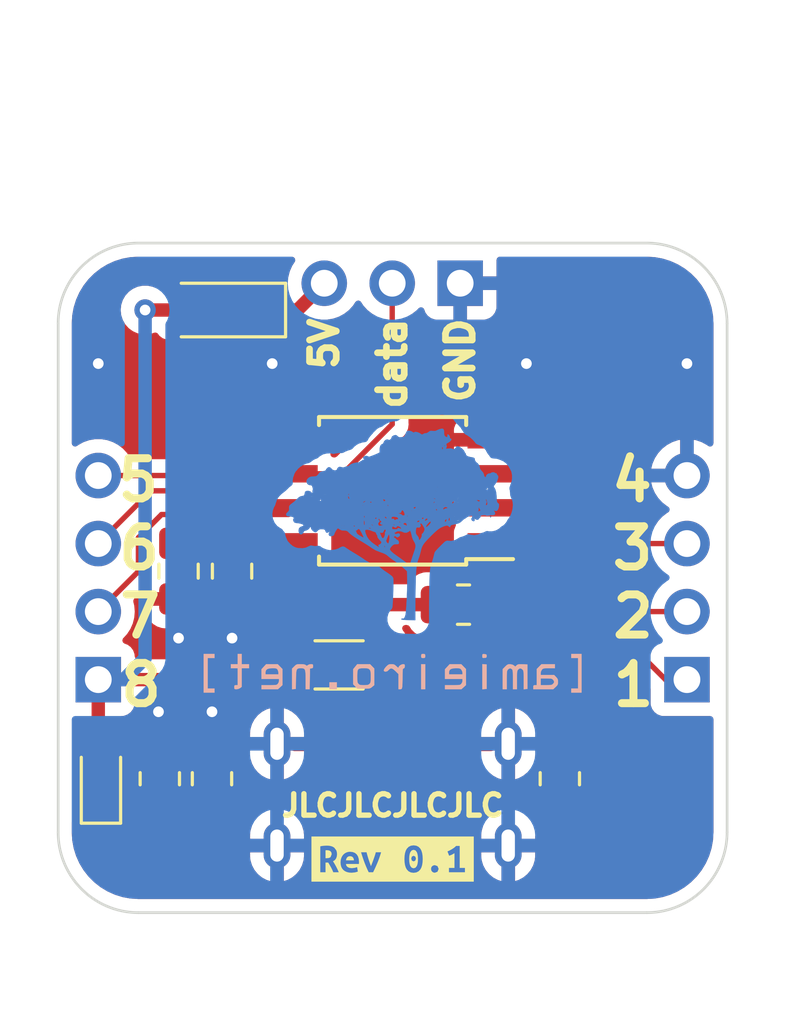
<source format=kicad_pcb>
(kicad_pcb (version 20220331) (generator pcbnew)
  (layers (0 "F.Cu" signal "cobre frontal") (31 "B.Cu" signal "Cobre traseira") (34 "B.Paste" user "Pasta traseira") (35 "F.Paste" user "Pasta frontal") (36 "B.SilkS" user "Serigrafia traseira") (37 "F.SilkS" user "Serigrafia frontal") (38 "B.Mask" user "Máscara traseira") (39 "F.Mask" user "Máscara frontal") (44 "Edge.Cuts" user "Cortes contorno"))
  (net 0 "")
  (net 1 "VCC")
  (net 2 "GND")
  (net 3 "5V_out")
  (net 4 "Net-(J1-VBUS)")
  (net 5 "Net-(J1-CC1)")
  (net 6 "Net-(J1-CC2)")
  (net 7 "PB5{slash}RST")
  (net 8 "PB3")
  (net 9 "PB4")
  (net 10 "PB1{slash}LED_DATA")
  (net 11 "PB2")
  (net 12 "PB0")
  (net 13 "Net-(D1-K)")
  (footprint "LED_SMD:LED_0603_1608Metric_Pad1.05x0.95mm_HandSolder" (layer "F.Cu") (at 139.6 120 90)
    (fp_text reference "D1" hide)
    (fp_text value "LED")
  )
  (footprint "Resistor_SMD:R_0805_2012Metric_Pad1.20x1.40mm_HandSolder" (layer "F.Cu") (at 156.75 120 90)
    (fp_text reference "R2" hide)
    (fp_text value "5.1kΩ")
  )
  (footprint "Resistor_SMD:R_0805_2012Metric_Pad1.20x1.40mm_HandSolder" (layer "F.Cu") (at 153.15 113.5)
    (fp_text reference "R3" hide)
    (fp_text value "10kΩ")
  )
  (footprint "Diode_SMD:D_SOD-123" (layer "F.Cu") (at 144.25 102.5 180)
    (fp_text reference "D2" hide)
    (fp_text value "MBR120")
  )
  (footprint "Package_SO:SOIC-8W_5.3x5.3mm_P1.27mm" (layer "F.Cu") (at 150.5 109.25 180)
    (fp_text reference "U1" hide)
    (fp_text value "ATtiny85-20S")
  )
  (footprint "Amieiro:url_bsilks" (layer "F.Cu") (at 150.489417 116)
    (fp_text reference "Ref**" hide)
    (fp_text value "Val**" hide)
  )
  (footprint "ws2812_tester:DEALON_USB-US31-106" (layer "F.Cu") (at 150.5 121.5)
    (fp_text reference "J1" hide)
    (fp_text value "USB_C_DEALON-USB-US31-106")
  )
  (footprint "ws2812_tester:Belfuse_0ZCJ" (layer "F.Cu") (at 148.5 115.75 180)
    (fp_text reference "F1" hide)
    (fp_text value "1A")
  )
  (footprint "kibuzzard-625BD852" (layer "F.Cu") (at 150.5 123)
    (fp_text reference "kibuzzard-625BD852" hide)
    (fp_text value "G***" hide)
  )
  (footprint "Amieiro:ipe_logo" (layer "F.Cu") (at 150.500505 110.5)
    (fp_text reference "Ref**" hide)
    (fp_text value "Val**" hide)
  )
  (footprint "Resistor_SMD:R_0805_2012Metric_Pad1.20x1.40mm_HandSolder" (layer "F.Cu") (at 141.8 120 90)
    (fp_text reference "R4" hide)
    (fp_text value "1kΩ")
  )
  (footprint "Capacitor_SMD:C_0805_2012Metric_Pad1.18x1.45mm_HandSolder" (layer "F.Cu") (at 144.5 112.25 -90)
    (fp_text reference "C2" hide)
    (fp_text value "100nF")
  )
  (footprint "Capacitor_SMD:C_0805_2012Metric_Pad1.18x1.45mm_HandSolder" (layer "F.Cu") (at 142.5 112.25 -90)
    (fp_text reference "C1" hide)
    (fp_text value "1µF")
  )
  (footprint "Resistor_SMD:R_0805_2012Metric_Pad1.20x1.40mm_HandSolder" (layer "F.Cu") (at 143.75 120 90)
    (fp_text reference "R1" hide)
    (fp_text value "5.1kΩ")
  )
  (footprint "Connector_PinHeader_2.54mm:PinHeader_1x03_P2.54mm_Horizontal" (layer "B.Cu") (at 153.025 101.5 90)
    (fp_text reference "J3" hide)
    (fp_text value "Conn_01x03")
  )
  (footprint "Connector_PinHeader_2.54mm:PinHeader_1x04_P2.54mm_Vertical" (layer "B.Cu") (at 139.5 116.3)
    (fp_text reference "J4" hide)
    (fp_text value "Pins_5-8")
  )
  (footprint "Connector_PinHeader_2.54mm:PinHeader_1x04_P2.54mm_Vertical" (layer "B.Cu") (at 161.5 116.3)
    (fp_text reference "J2" hide)
    (fp_text value "Pins_1-4")
  )
  (gr_arc (start 163 122) (mid 162.12132 124.12132) (end 160 125) (stroke (width 0.1)) (layer "Edge.Cuts"))
  (gr_line (start 141 125) (end 160 125) (stroke (width 0.1)) (layer "Edge.Cuts"))
  (gr_arc (start 160 100) (mid 162.12132 100.87868) (end 163 103) (stroke (width 0.1)) (layer "Edge.Cuts"))
  (gr_line (start 163 122) (end 163 103) (stroke (width 0.1)) (layer "Edge.Cuts"))
  (gr_arc (start 141 125) (mid 138.87868 124.12132) (end 138 122) (stroke (width 0.1)) (layer "Edge.Cuts"))
  (gr_line (start 141 100) (end 160 100) (stroke (width 0.1)) (layer "Edge.Cuts"))
  (gr_line (start 138 122) (end 138 103) (stroke (width 0.1)) (layer "Edge.Cuts"))
  (gr_arc (start 138 103) (mid 138.87868 100.87868) (end 141 100) (stroke (width 0.1)) (layer "Edge.Cuts"))
  (gr_text "6" (at 141.029377 111.397264) (layer "F.SilkS") (effects (font (size 1.5 1.5) (thickness 0.3) bold)))
  (gr_text "data" (at 150.485 104.5 90) (layer "F.SilkS") (effects (font (size 1 1) (thickness 0.25) bold)))
  (gr_text "4" (at 159.444363 108.854861) (layer "F.SilkS") (effects (font (size 1.5 1.5) (thickness 0.3) bold)))
  (gr_text "2" (at 159.485232 113.939667) (layer "F.SilkS") (effects (font (size 1.5 1.5) (thickness 0.3) bold)))
  (gr_text "GND" (at 153.025 104.380952 90) (layer "F.SilkS") (effects (font (size 1 1) (thickness 0.25) bold)))
  (gr_text "8" (at 141.1 116.5) (layer "F.SilkS") (effects (font (size 1.5 1.5) (thickness 0.3) bold)))
  (gr_text "1" (at 159.5 116.5) (layer "F.SilkS") (effects (font (size 1.5 1.5) (thickness 0.3) bold)))
  (gr_text "5" (at 140.994066 108.854861) (layer "F.SilkS") (effects (font (size 1.5 1.5) (thickness 0.3) bold)))
  (gr_text "5V" (at 147.945 103.761904 90) (layer "F.SilkS") (effects (font (size 1 1) (thickness 0.25) bold)))
  (gr_text "3" (at 159.464797 111.397264) (layer "F.SilkS") (effects (font (size 1.5 1.5) (thickness 0.3) bold)))
  (gr_text "JLCJLCJLCJLC" (at 150.5 121) (layer "F.SilkS") (effects (font (size 0.8 0.8) (thickness 0.2) bold)))
  (gr_text "7" (at 141.064688 113.939667) (layer "F.SilkS") (effects (font (size 1.5 1.5) (thickness 0.3) bold)))
  (segment (start 152.15 113.5) (end 146.95 113.5) (width 0.5) (layer "F.Cu") (net 1))
  (segment (start 139.5 116.3) (end 142.95 116.3) (width 0.5) (layer "F.Cu") (net 1))
  (segment (start 146.85 111.155) (end 146.85 113.4) (width 0.5) (layer "F.Cu") (net 1))
  (segment (start 146.85 113.4) (end 146.85 115.6) (width 0.5) (layer "F.Cu") (net 1))
  (segment (start 142.95 116.3) (end 143.5 115.75) (width 0.5) (layer "F.Cu") (net 1))
  (segment (start 141.25 102.5) (end 142.6 102.5) (width 0.5) (layer "F.Cu") (net 1))
  (segment (start 139.5 119.025) (end 139.6 119.125) (width 0.5) (layer "F.Cu") (net 1))
  (segment (start 146.95 113.5) (end 146.85 113.4) (width 0.5) (layer "F.Cu") (net 1))
  (segment (start 146.7925 111.2125) (end 146.85 111.155) (width 0.5) (layer "F.Cu") (net 1))
  (segment (start 142.5 111.2125) (end 146.7925 111.2125) (width 0.5) (layer "F.Cu") (net 1))
  (segment (start 146.85 115.6) (end 147 115.75) (width 0.5) (layer "F.Cu") (net 1))
  (segment (start 143.5 115.75) (end 147 115.75) (width 0.5) (layer "F.Cu") (net 1))
  (segment (start 139.5 116.3) (end 139.5 119.025) (width 0.5) (layer "F.Cu") (net 1))
  (via (at 141.25 102.5) (size 0.8) (drill 0.4) (layers "F.Cu" "B.Cu") (net 1))
  (segment (start 141.25 115.5) (end 140.45 116.3) (width 0.5) (layer "B.Cu") (net 1))
  (segment (start 141.25 102.5) (end 141.25 115.5) (width 0.5) (layer "B.Cu") (net 1))
  (segment (start 140.45 116.3) (end 139.5 116.3) (width 0.5) (layer "B.Cu") (net 1))
  (segment (start 142.5 113.2875) (end 142.5 114.75) (width 0.5) (layer "F.Cu") (net 2))
  (segment (start 143.75 119) (end 143.75 117.5) (width 0.5) (layer "F.Cu") (net 2))
  (segment (start 141.8 117.55) (end 141.75 117.5) (width 0.5) (layer "F.Cu") (net 2))
  (segment (start 144.5 113.2875) (end 144.5 114.75) (width 0.5) (layer "F.Cu") (net 2))
  (segment (start 141.8 119) (end 141.8 117.55) (width 0.5) (layer "F.Cu") (net 2))
  (via (at 144.5 114.75) (size 0.8) (drill 0.4) (layers "F.Cu" "B.Cu") (net 2))
  (via (at 146 104.5) (size 0.8) (drill 0.4) (layers "F.Cu" "B.Cu") (net 2))
  (via (at 161.5 104.5) (size 0.8) (drill 0.4) (layers "F.Cu" "B.Cu") (net 2))
  (via (at 139.5 104.5) (size 0.8) (drill 0.4) (layers "F.Cu" "B.Cu") (net 2))
  (via (at 141.75 117.5) (size 0.8) (drill 0.4) (layers "F.Cu" "B.Cu") (net 2))
  (via (at 155.5 104.5) (size 0.8) (drill 0.4) (layers "F.Cu" "B.Cu") (net 2))
  (via (at 143.75 117.5) (size 0.8) (drill 0.4) (layers "F.Cu" "B.Cu") (net 2))
  (via (at 142.5 114.75) (size 0.8) (drill 0.4) (layers "F.Cu" "B.Cu") (net 2))
  (segment (start 145.9 102.5) (end 146.945 102.5) (width 0.5) (layer "F.Cu") (net 3))
  (segment (start 146.945 102.5) (end 147.945 101.5) (width 0.5) (layer "F.Cu") (net 3))
  (segment (start 149.75 117.25) (end 151.5 117.25) (width 0.5) (layer "F.Cu") (net 4))
  (segment (start 152.02 117.77) (end 152.02 118.715) (width 0.5) (layer "F.Cu") (net 4))
  (segment (start 149.75 117.25) (end 150 117) (width 0.5) (layer "F.Cu") (net 4))
  (segment (start 151.875 117.625) (end 152.02 117.77) (width 0.5) (layer "F.Cu") (net 4))
  (segment (start 148.98 118.02) (end 149.75 117.25) (width 0.5) (layer "F.Cu") (net 4))
  (segment (start 150 117) (end 150 115.75) (width 0.5) (layer "F.Cu") (net 4))
  (segment (start 151.5 117.25) (end 151.875 117.625) (width 0.5) (layer "F.Cu") (net 4))
  (segment (start 148.98 118.715) (end 148.98 118.02) (width 0.5) (layer "F.Cu") (net 4))
  (segment (start 150 119.75) (end 148.75 121) (width 0.2) (layer "F.Cu") (net 5))
  (segment (start 150 118.715) (end 150 119.75) (width 0.2) (layer "F.Cu") (net 5))
  (segment (start 148.75 121) (end 143.75 121) (width 0.2) (layer "F.Cu") (net 5))
  (segment (start 152.25 121) (end 156.75 121) (width 0.2) (layer "F.Cu") (net 6))
  (segment (start 151 119.75) (end 152.25 121) (width 0.2) (layer "F.Cu") (net 6))
  (segment (start 151 118.715) (end 151 119.75) (width 0.2) (layer "F.Cu") (net 6))
  (segment (start 154.15 113.5) (end 154.15 111.155) (width 0.2) (layer "F.Cu") (net 7))
  (segment (start 155.555 111.155) (end 160.7 116.3) (width 0.2) (layer "F.Cu") (net 7))
  (segment (start 160.7 116.3) (end 161.5 116.3) (width 0.2) (layer "F.Cu") (net 7))
  (segment (start 154.15 111.155) (end 155.555 111.155) (width 0.2) (layer "F.Cu") (net 7))
  (segment (start 154.15 109.885) (end 156.035 109.885) (width 0.2) (layer "F.Cu") (net 8))
  (segment (start 156.035 109.885) (end 159.91 113.76) (width 0.2) (layer "F.Cu") (net 8))
  (segment (start 159.91 113.76) (end 161.5 113.76) (width 0.2) (layer "F.Cu") (net 8))
  (segment (start 156.415 108.615) (end 159.02 111.22) (width 0.2) (layer "F.Cu") (net 9))
  (segment (start 154.15 108.615) (end 156.415 108.615) (width 0.2) (layer "F.Cu") (net 9))
  (segment (start 159.02 111.22) (end 161.5 111.22) (width 0.2) (layer "F.Cu") (net 9))
  (segment (start 150.485 106.765) (end 150.485 101.5) (width 0.2) (layer "F.Cu") (net 10))
  (segment (start 146.01 108.615) (end 146.85 108.615) (width 0.2) (layer "F.Cu") (net 10))
  (segment (start 146.85 108.615) (end 148.635 108.615) (width 0.2) (layer "F.Cu") (net 10))
  (segment (start 141.47 109.25) (end 145.375 109.25) (width 0.2) (layer "F.Cu") (net 10))
  (segment (start 145.375 109.25) (end 146.01 108.615) (width 0.2) (layer "F.Cu") (net 10))
  (segment (start 139.5 111.22) (end 141.47 109.25) (width 0.2) (layer "F.Cu") (net 10))
  (segment (start 148.635 108.615) (end 150.485 106.765) (width 0.2) (layer "F.Cu") (net 10))
  (segment (start 141 111) (end 141 112.26) (width 0.2) (layer "F.Cu") (net 11))
  (segment (start 141 112.26) (end 139.5 113.76) (width 0.2) (layer "F.Cu") (net 11))
  (segment (start 146.85 109.885) (end 146.6 110.135) (width 0.2) (layer "F.Cu") (net 11))
  (segment (start 146.6 110.135) (end 141.865 110.135) (width 0.2) (layer "F.Cu") (net 11))
  (segment (start 141.865 110.135) (end 141 111) (width 0.2) (layer "F.Cu") (net 11))
  (segment (start 144.32 108.68) (end 139.5 108.68) (width 0.2) (layer "F.Cu") (net 12))
  (segment (start 145.655 107.345) (end 144.32 108.68) (width 0.2) (layer "F.Cu") (net 12))
  (segment (start 146.85 107.345) (end 145.655 107.345) (width 0.2) (layer "F.Cu") (net 12))
  (segment (start 141.675 120.875) (end 141.8 121) (width 0.2) (layer "F.Cu") (net 13))
  (segment (start 139.6 120.875) (end 141.675 120.875) (width 0.2) (layer "F.Cu") (net 13))
  (zone (net 2) (net_name "GND") (layers F&B.Cu) (connect_pads (clearance 0.508)) (min_thickness 0.254) (fill yes (thermal_gap 0.508) (thermal_bridge_width 0.508) (island_removal_mode 2) (island_area_min 10))
    (polygon (pts (xy 163 125) (xy 138 125) (xy 138 100) (xy 163 100)))
  )
)
</source>
